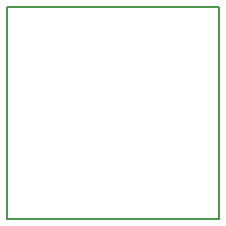
<source format=gm1>
G04*
G04 #@! TF.GenerationSoftware,Altium Limited,Altium Designer,22.2.1 (43)*
G04*
G04 Layer_Color=16711935*
%FSLAX44Y44*%
%MOMM*%
G71*
G04*
G04 #@! TF.SameCoordinates,612C7892-4D37-43AA-9E06-CC9A3CA42B8A*
G04*
G04*
G04 #@! TF.FilePolarity,Positive*
G04*
G01*
G75*
%ADD10C,0.2000*%
D10*
X180000Y0D02*
Y180000D01*
X0Y0D02*
Y180000D01*
Y0D02*
X180000D01*
X0Y180000D02*
X180000D01*
M02*

</source>
